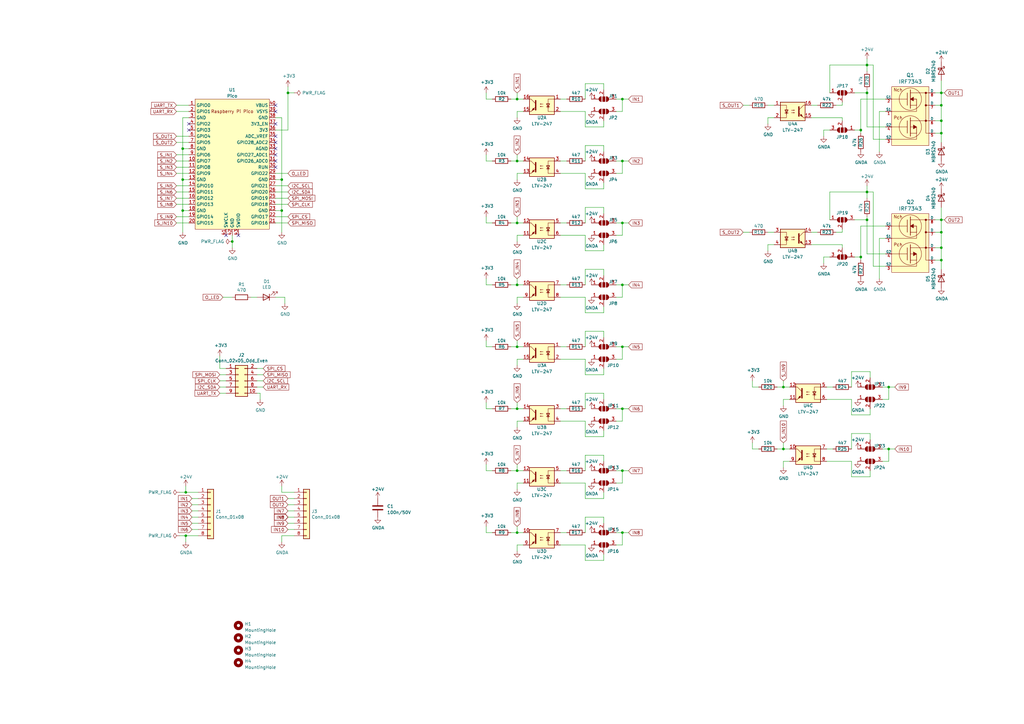
<source format=kicad_sch>
(kicad_sch (version 20230121) (generator eeschema)
  (paper "A3")
  (title_block (title "Türinterface (door_if)") (date "2021-07-17") (rev "R0") (company "Betreiberverein Makerspace+ für Erlangen e.V."))
  (junction (at 212.09 40.64))
  (junction (at 386.08 101.6))
  (junction (at 76.2 219.71))
  (junction (at 321.31 184.15))
  (junction (at 355.6 90.17))
  (junction (at 255.27 218.44))
  (junction (at 386.08 95.25))
  (junction (at 118.11 38.1))
  (junction (at 355.6 78.74))
  (junction (at 212.09 116.84))
  (junction (at 255.27 66.04))
  (junction (at 386.08 38.1))
  (junction (at 355.6 26.67))
  (junction (at 212.09 193.04))
  (junction (at 255.27 116.84))
  (junction (at 255.27 142.24))
  (junction (at 76.2 201.93))
  (junction (at 95.25 99.06))
  (junction (at 255.27 40.64))
  (junction (at 355.6 38.1))
  (junction (at 255.27 193.04))
  (junction (at 212.09 91.44))
  (junction (at 74.93 86.36))
  (junction (at 353.06 53.34))
  (junction (at 364.49 184.15))
  (junction (at 212.09 218.44))
  (junction (at 321.31 158.75))
  (junction (at 364.49 158.75))
  (junction (at 386.08 106.68))
  (junction (at 386.08 90.17))
  (junction (at 212.09 142.24))
  (junction (at 353.06 105.41))
  (junction (at 386.08 54.61))
  (junction (at 386.08 49.53))
  (junction (at 115.57 86.36))
  (junction (at 255.27 167.64))
  (junction (at 212.09 66.04))
  (junction (at 115.57 73.66))
  (junction (at 255.27 91.44))
  (junction (at 74.93 73.66))
  (junction (at 386.08 43.18))
  (junction (at 212.09 167.64))
  (junction (at 74.93 60.96))
  (no_connect (at 113.03 43.18))
  (no_connect (at 113.03 60.96))
  (no_connect (at 113.03 58.42))
  (no_connect (at 77.47 50.8))
  (no_connect (at 97.79 96.52))
  (no_connect (at 113.03 68.58))
  (no_connect (at 113.03 55.88))
  (no_connect (at 113.03 63.5))
  (no_connect (at 113.03 50.8))
  (no_connect (at 113.03 66.04))
  (no_connect (at 92.71 96.52))
  (no_connect (at 113.03 45.72))
  (no_connect (at 77.47 53.34))
  (wire (pts (xy 90.17 153.67) (xy 92.71 153.67)))
  (wire (pts (xy 240.03 71.12) (xy 240.03 77.47)))
  (wire (pts (xy 252.73 198.12) (xy 255.27 198.12)))
  (wire (pts (xy 360.68 45.72) (xy 360.68 62.23)))
  (wire (pts (xy 363.22 92.71) (xy 353.06 92.71)))
  (wire (pts (xy 113.03 76.2) (xy 118.11 76.2)))
  (wire (pts (xy 74.93 60.96) (xy 74.93 73.66)))
  (wire (pts (xy 240.03 85.09) (xy 247.65 85.09)))
  (wire (pts (xy 113.03 83.82) (xy 118.11 83.82)))
  (wire (pts (xy 252.73 218.44) (xy 255.27 218.44)))
  (wire (pts (xy 201.93 40.64) (xy 199.39 40.64)))
  (wire (pts (xy 120.65 209.55) (xy 118.11 209.55)))
  (wire (pts (xy 304.8 43.18) (xy 307.34 43.18)))
  (wire (pts (xy 81.28 204.47) (xy 78.74 204.47)))
  (wire (pts (xy 337.82 107.95) (xy 337.82 105.41)))
  (wire (pts (xy 92.71 151.13) (xy 90.17 151.13)))
  (wire (pts (xy 212.09 96.52) (xy 212.09 99.06)))
  (wire (pts (xy 72.39 68.58) (xy 77.47 68.58)))
  (wire (pts (xy 363.22 45.72) (xy 360.68 45.72)))
  (wire (pts (xy 214.63 71.12) (xy 212.09 71.12)))
  (wire (pts (xy 240.03 59.69) (xy 247.65 59.69)))
  (wire (pts (xy 255.27 167.64) (xy 257.81 167.64)))
  (wire (pts (xy 212.09 116.84) (xy 209.55 116.84)))
  (wire (pts (xy 95.25 99.06) (xy 95.25 101.6)))
  (wire (pts (xy 212.09 218.44) (xy 209.55 218.44)))
  (wire (pts (xy 212.09 71.12) (xy 212.09 73.66)))
  (wire (pts (xy 240.03 45.72) (xy 240.03 52.07)))
  (wire (pts (xy 212.09 121.92) (xy 212.09 124.46)))
  (wire (pts (xy 214.63 116.84) (xy 212.09 116.84)))
  (wire (pts (xy 355.6 26.67) (xy 355.6 29.21)))
  (wire (pts (xy 386.08 90.17) (xy 386.08 95.25)))
  (wire (pts (xy 212.09 223.52) (xy 212.09 226.06)))
  (wire (pts (xy 229.87 198.12) (xy 240.03 198.12)))
  (wire (pts (xy 81.28 207.01) (xy 78.74 207.01)))
  (wire (pts (xy 353.06 40.64) (xy 353.06 53.34)))
  (wire (pts (xy 355.6 26.67) (xy 355.6 24.13)))
  (wire (pts (xy 118.11 38.1) (xy 118.11 35.56)))
  (wire (pts (xy 363.22 57.15) (xy 358.14 57.15)))
  (wire (pts (xy 255.27 96.52) (xy 255.27 91.44)))
  (wire (pts (xy 355.6 104.14) (xy 355.6 90.17)))
  (wire (pts (xy 78.74 214.63) (xy 81.28 214.63)))
  (wire (pts (xy 386.08 38.1) (xy 387.35 38.1)))
  (wire (pts (xy 113.03 91.44) (xy 118.11 91.44)))
  (wire (pts (xy 214.63 218.44) (xy 212.09 218.44)))
  (wire (pts (xy 240.03 135.89) (xy 247.65 135.89)))
  (wire (pts (xy 229.87 147.32) (xy 240.03 147.32)))
  (wire (pts (xy 107.95 158.75) (xy 105.41 158.75)))
  (wire (pts (xy 240.03 147.32) (xy 240.03 153.67)))
  (wire (pts (xy 95.25 121.92) (xy 91.44 121.92)))
  (wire (pts (xy 120.65 207.01) (xy 118.11 207.01)))
  (wire (pts (xy 240.03 218.44) (xy 240.03 212.09)))
  (wire (pts (xy 361.95 184.15) (xy 364.49 184.15)))
  (wire (pts (xy 247.65 229.87) (xy 247.65 227.33)))
  (wire (pts (xy 255.27 45.72) (xy 255.27 40.64)))
  (wire (pts (xy 229.87 167.64) (xy 232.41 167.64)))
  (wire (pts (xy 321.31 158.75) (xy 318.77 158.75)))
  (wire (pts (xy 247.65 128.27) (xy 247.65 125.73)))
  (wire (pts (xy 356.87 195.58) (xy 356.87 193.04)))
  (wire (pts (xy 72.39 63.5) (xy 77.47 63.5)))
  (wire (pts (xy 353.06 105.41) (xy 353.06 106.68)))
  (wire (pts (xy 72.39 78.74) (xy 77.47 78.74)))
  (wire (pts (xy 240.03 91.44) (xy 240.03 85.09)))
  (wire (pts (xy 115.57 201.93) (xy 120.65 201.93)))
  (wire (pts (xy 118.11 217.17) (xy 120.65 217.17)))
  (wire (pts (xy 386.08 110.49) (xy 386.08 106.68)))
  (wire (pts (xy 212.09 114.3) (xy 212.09 116.84)))
  (wire (pts (xy 386.08 49.53) (xy 386.08 54.61)))
  (wire (pts (xy 199.39 193.04) (xy 199.39 190.5)))
  (wire (pts (xy 356.87 152.4) (xy 356.87 154.94)))
  (wire (pts (xy 255.27 147.32) (xy 255.27 142.24)))
  (wire (pts (xy 314.96 43.18) (xy 317.5 43.18)))
  (wire (pts (xy 74.93 86.36) (xy 74.93 95.25)))
  (wire (pts (xy 72.39 43.18) (xy 77.47 43.18)))
  (wire (pts (xy 247.65 153.67) (xy 247.65 151.13)))
  (wire (pts (xy 337.82 53.34) (xy 340.36 53.34)))
  (wire (pts (xy 113.03 81.28) (xy 118.11 81.28)))
  (wire (pts (xy 240.03 161.29) (xy 247.65 161.29)))
  (wire (pts (xy 308.61 184.15) (xy 308.61 181.61)))
  (wire (pts (xy 247.65 204.47) (xy 247.65 201.93)))
  (wire (pts (xy 247.65 179.07) (xy 247.65 176.53)))
  (wire (pts (xy 201.93 66.04) (xy 199.39 66.04)))
  (wire (pts (xy 72.39 71.12) (xy 77.47 71.12)))
  (wire (pts (xy 383.54 90.17) (xy 386.08 90.17)))
  (wire (pts (xy 90.17 158.75) (xy 92.71 158.75)))
  (wire (pts (xy 255.27 91.44) (xy 257.81 91.44)))
  (wire (pts (xy 386.08 95.25) (xy 386.08 101.6)))
  (wire (pts (xy 214.63 193.04) (xy 212.09 193.04)))
  (wire (pts (xy 247.65 110.49) (xy 247.65 113.03)))
  (wire (pts (xy 72.39 58.42) (xy 77.47 58.42)))
  (wire (pts (xy 240.03 52.07) (xy 247.65 52.07)))
  (wire (pts (xy 240.03 77.47) (xy 247.65 77.47)))
  (wire (pts (xy 332.74 48.26) (xy 345.44 48.26)))
  (wire (pts (xy 386.08 106.68) (xy 383.54 106.68)))
  (wire (pts (xy 90.17 151.13) (xy 90.17 146.05)))
  (wire (pts (xy 72.39 55.88) (xy 77.47 55.88)))
  (wire (pts (xy 113.03 73.66) (xy 115.57 73.66)))
  (wire (pts (xy 72.39 81.28) (xy 77.47 81.28)))
  (wire (pts (xy 252.73 96.52) (xy 255.27 96.52)))
  (wire (pts (xy 240.03 116.84) (xy 240.03 110.49)))
  (wire (pts (xy 229.87 96.52) (xy 240.03 96.52)))
  (wire (pts (xy 102.87 121.92) (xy 105.41 121.92)))
  (wire (pts (xy 199.39 66.04) (xy 199.39 63.5)))
  (wire (pts (xy 353.06 92.71) (xy 353.06 105.41)))
  (wire (pts (xy 339.09 184.15) (xy 341.63 184.15)))
  (wire (pts (xy 255.27 116.84) (xy 257.81 116.84)))
  (wire (pts (xy 212.09 190.5) (xy 212.09 193.04)))
  (wire (pts (xy 77.47 48.26) (xy 74.93 48.26)))
  (wire (pts (xy 340.36 26.67) (xy 355.6 26.67)))
  (wire (pts (xy 76.2 219.71) (xy 81.28 219.71)))
  (wire (pts (xy 255.27 223.52) (xy 255.27 218.44)))
  (wire (pts (xy 342.9 43.18) (xy 345.44 43.18)))
  (wire (pts (xy 247.65 135.89) (xy 247.65 138.43)))
  (wire (pts (xy 201.93 142.24) (xy 199.39 142.24)))
  (wire (pts (xy 360.68 97.79) (xy 360.68 114.3)))
  (wire (pts (xy 337.82 105.41) (xy 340.36 105.41)))
  (wire (pts (xy 201.93 116.84) (xy 199.39 116.84)))
  (wire (pts (xy 247.65 102.87) (xy 247.65 100.33)))
  (wire (pts (xy 201.93 91.44) (xy 199.39 91.44)))
  (wire (pts (xy 345.44 43.18) (xy 345.44 41.91)))
  (wire (pts (xy 115.57 48.26) (xy 115.57 73.66)))
  (wire (pts (xy 252.73 147.32) (xy 255.27 147.32)))
  (wire (pts (xy 383.54 101.6) (xy 386.08 101.6)))
  (wire (pts (xy 212.09 88.9) (xy 212.09 91.44)))
  (wire (pts (xy 212.09 172.72) (xy 212.09 175.26)))
  (wire (pts (xy 308.61 158.75) (xy 308.61 156.21)))
  (wire (pts (xy 364.49 158.75) (xy 367.03 158.75)))
  (wire (pts (xy 358.14 57.15) (xy 358.14 26.67)))
  (wire (pts (xy 345.44 95.25) (xy 345.44 93.98)))
  (wire (pts (xy 107.95 151.13) (xy 105.41 151.13)))
  (wire (pts (xy 240.03 34.29) (xy 247.65 34.29)))
  (wire (pts (xy 247.65 161.29) (xy 247.65 163.83)))
  (wire (pts (xy 314.96 95.25) (xy 317.5 95.25)))
  (wire (pts (xy 240.03 102.87) (xy 247.65 102.87)))
  (wire (pts (xy 229.87 91.44) (xy 232.41 91.44)))
  (wire (pts (xy 345.44 100.33) (xy 345.44 101.6)))
  (wire (pts (xy 342.9 95.25) (xy 345.44 95.25)))
  (wire (pts (xy 240.03 128.27) (xy 247.65 128.27)))
  (wire (pts (xy 361.95 158.75) (xy 364.49 158.75)))
  (wire (pts (xy 212.09 142.24) (xy 209.55 142.24)))
  (wire (pts (xy 113.03 121.92) (xy 116.84 121.92)))
  (wire (pts (xy 72.39 91.44) (xy 77.47 91.44)))
  (wire (pts (xy 212.09 40.64) (xy 209.55 40.64)))
  (wire (pts (xy 229.87 45.72) (xy 240.03 45.72)))
  (wire (pts (xy 212.09 66.04) (xy 209.55 66.04)))
  (wire (pts (xy 76.2 201.93) (xy 81.28 201.93)))
  (wire (pts (xy 72.39 83.82) (xy 77.47 83.82)))
  (wire (pts (xy 212.09 167.64) (xy 209.55 167.64)))
  (wire (pts (xy 113.03 88.9) (xy 118.11 88.9)))
  (wire (pts (xy 240.03 172.72) (xy 240.03 179.07)))
  (wire (pts (xy 212.09 147.32) (xy 212.09 149.86)))
  (wire (pts (xy 358.14 78.74) (xy 355.6 78.74)))
  (wire (pts (xy 252.73 167.64) (xy 255.27 167.64)))
  (wire (pts (xy 252.73 116.84) (xy 255.27 116.84)))
  (wire (pts (xy 252.73 71.12) (xy 255.27 71.12)))
  (wire (pts (xy 106.68 161.29) (xy 106.68 163.83)))
  (wire (pts (xy 321.31 163.83) (xy 321.31 166.37)))
  (wire (pts (xy 212.09 91.44) (xy 209.55 91.44)))
  (wire (pts (xy 240.03 179.07) (xy 247.65 179.07)))
  (wire (pts (xy 321.31 184.15) (xy 318.77 184.15)))
  (wire (pts (xy 252.73 45.72) (xy 255.27 45.72)))
  (wire (pts (xy 349.25 158.75) (xy 349.25 152.4)))
  (wire (pts (xy 201.93 218.44) (xy 199.39 218.44)))
  (wire (pts (xy 113.03 78.74) (xy 118.11 78.74)))
  (wire (pts (xy 229.87 172.72) (xy 240.03 172.72)))
  (wire (pts (xy 76.2 222.25) (xy 76.2 219.71)))
  (wire (pts (xy 386.08 90.17) (xy 387.35 90.17)))
  (wire (pts (xy 358.14 109.22) (xy 358.14 78.74)))
  (wire (pts (xy 72.39 88.9) (xy 77.47 88.9)))
  (wire (pts (xy 214.63 121.92) (xy 212.09 121.92)))
  (wire (pts (xy 386.08 54.61) (xy 383.54 54.61)))
  (wire (pts (xy 116.84 121.92) (xy 116.84 124.46)))
  (wire (pts (xy 72.39 45.72) (xy 77.47 45.72)))
  (wire (pts (xy 214.63 147.32) (xy 212.09 147.32)))
  (wire (pts (xy 345.44 48.26) (xy 345.44 49.53)))
  (wire (pts (xy 332.74 95.25) (xy 335.28 95.25)))
  (wire (pts (xy 214.63 45.72) (xy 212.09 45.72)))
  (wire (pts (xy 240.03 229.87) (xy 247.65 229.87)))
  (wire (pts (xy 355.6 78.74) (xy 355.6 76.2)))
  (wire (pts (xy 349.25 163.83) (xy 349.25 170.18)))
  (wire (pts (xy 247.65 77.47) (xy 247.65 74.93)))
  (wire (pts (xy 314.96 100.33) (xy 314.96 102.87)))
  (wire (pts (xy 321.31 181.61) (xy 321.31 184.15)))
  (wire (pts (xy 212.09 198.12) (xy 212.09 200.66)))
  (wire (pts (xy 355.6 90.17) (xy 350.52 90.17)))
  (wire (pts (xy 363.22 52.07) (xy 355.6 52.07)))
  (wire (pts (xy 323.85 189.23) (xy 321.31 189.23)))
  (wire (pts (xy 252.73 66.04) (xy 255.27 66.04)))
  (wire (pts (xy 118.11 214.63) (xy 120.65 214.63)))
  (wire (pts (xy 214.63 66.04) (xy 212.09 66.04)))
  (wire (pts (xy 252.73 40.64) (xy 255.27 40.64)))
  (wire (pts (xy 252.73 172.72) (xy 255.27 172.72)))
  (wire (pts (xy 95.25 96.52) (xy 95.25 99.06)))
  (wire (pts (xy 118.11 38.1) (xy 120.65 38.1)))
  (wire (pts (xy 105.41 161.29) (xy 106.68 161.29)))
  (wire (pts (xy 252.73 91.44) (xy 255.27 91.44)))
  (wire (pts (xy 214.63 198.12) (xy 212.09 198.12)))
  (wire (pts (xy 349.25 177.8) (xy 356.87 177.8)))
  (wire (pts (xy 201.93 193.04) (xy 199.39 193.04)))
  (wire (pts (xy 240.03 96.52) (xy 240.03 102.87)))
  (wire (pts (xy 355.6 38.1) (xy 355.6 36.83)))
  (wire (pts (xy 81.28 212.09) (xy 78.74 212.09)))
  (wire (pts (xy 113.03 71.12) (xy 118.11 71.12)))
  (wire (pts (xy 340.36 38.1) (xy 340.36 26.67)))
  (wire (pts (xy 73.66 201.93) (xy 76.2 201.93)))
  (wire (pts (xy 199.39 167.64) (xy 199.39 165.1)))
  (wire (pts (xy 74.93 73.66) (xy 77.47 73.66)))
  (wire (pts (xy 323.85 163.83) (xy 321.31 163.83)))
  (wire (pts (xy 199.39 218.44) (xy 199.39 215.9)))
  (wire (pts (xy 240.03 121.92) (xy 240.03 128.27)))
  (wire (pts (xy 72.39 76.2) (xy 77.47 76.2)))
  (wire (pts (xy 214.63 167.64) (xy 212.09 167.64)))
  (wire (pts (xy 364.49 163.83) (xy 364.49 158.75)))
  (wire (pts (xy 247.65 59.69) (xy 247.65 62.23)))
  (wire (pts (xy 199.39 40.64) (xy 199.39 38.1)))
  (wire (pts (xy 386.08 43.18) (xy 386.08 49.53)))
  (wire (pts (xy 240.03 167.64) (xy 240.03 161.29)))
  (wire (pts (xy 332.74 43.18) (xy 335.28 43.18)))
  (wire (pts (xy 240.03 110.49) (xy 247.65 110.49)))
  (wire (pts (xy 349.25 195.58) (xy 356.87 195.58)))
  (wire (pts (xy 255.27 142.24) (xy 257.81 142.24)))
  (wire (pts (xy 212.09 193.04) (xy 209.55 193.04)))
  (wire (pts (xy 364.49 184.15) (xy 367.03 184.15)))
  (wire (pts (xy 72.39 66.04) (xy 77.47 66.04)))
  (wire (pts (xy 214.63 40.64) (xy 212.09 40.64)))
  (wire (pts (xy 107.95 153.67) (xy 105.41 153.67)))
  (wire (pts (xy 212.09 38.1) (xy 212.09 40.64)))
  (wire (pts (xy 255.27 198.12) (xy 255.27 193.04)))
  (wire (pts (xy 364.49 189.23) (xy 364.49 184.15)))
  (wire (pts (xy 353.06 105.41) (xy 350.52 105.41)))
  (wire (pts (xy 240.03 223.52) (xy 240.03 229.87)))
  (wire (pts (xy 317.5 48.26) (xy 314.96 48.26)))
  (wire (pts (xy 349.25 152.4) (xy 356.87 152.4)))
  (wire (pts (xy 240.03 193.04) (xy 240.03 186.69)))
  (wire (pts (xy 212.09 139.7) (xy 212.09 142.24)))
  (wire (pts (xy 212.09 45.72) (xy 212.09 48.26)))
  (wire (pts (xy 240.03 212.09) (xy 247.65 212.09)))
  (wire (pts (xy 383.54 95.25) (xy 386.08 95.25)))
  (wire (pts (xy 73.66 219.71) (xy 76.2 219.71)))
  (wire (pts (xy 349.25 184.15) (xy 349.25 177.8)))
  (wire (pts (xy 339.09 189.23) (xy 349.25 189.23)))
  (wire (pts (xy 252.73 223.52) (xy 255.27 223.52)))
  (wire (pts (xy 311.15 184.15) (xy 308.61 184.15)))
  (wire (pts (xy 113.03 48.26) (xy 115.57 48.26)))
  (wire (pts (xy 356.87 170.18) (xy 356.87 167.64)))
  (wire (pts (xy 383.54 38.1) (xy 386.08 38.1)))
  (wire (pts (xy 240.03 198.12) (xy 240.03 204.47)))
  (wire (pts (xy 349.25 170.18) (xy 356.87 170.18)))
  (wire (pts (xy 252.73 121.92) (xy 255.27 121.92)))
  (wire (pts (xy 386.08 101.6) (xy 386.08 106.68)))
  (wire (pts (xy 353.06 53.34) (xy 350.52 53.34)))
  (wire (pts (xy 113.03 53.34) (xy 118.11 53.34)))
  (wire (pts (xy 386.08 33.02) (xy 386.08 38.1)))
  (wire (pts (xy 252.73 142.24) (xy 255.27 142.24)))
  (wire (pts (xy 247.65 212.09) (xy 247.65 214.63)))
  (wire (pts (xy 74.93 60.96) (xy 77.47 60.96)))
  (wire (pts (xy 255.27 172.72) (xy 255.27 167.64)))
  (wire (pts (xy 90.17 156.21) (xy 92.71 156.21)))
  (wire (pts (xy 353.06 53.34) (xy 353.06 54.61)))
  (wire (pts (xy 214.63 91.44) (xy 212.09 91.44)))
  (wire (pts (xy 247.65 34.29) (xy 247.65 36.83)))
  (wire (pts (xy 212.09 63.5) (xy 212.09 66.04)))
  (wire (pts (xy 229.87 218.44) (xy 232.41 218.44)))
  (wire (pts (xy 113.03 86.36) (xy 115.57 86.36)))
  (wire (pts (xy 323.85 184.15) (xy 321.31 184.15)))
  (wire (pts (xy 255.27 71.12) (xy 255.27 66.04)))
  (wire (pts (xy 358.14 26.67) (xy 355.6 26.67)))
  (wire (pts (xy 355.6 38.1) (xy 350.52 38.1)))
  (wire (pts (xy 383.54 43.18) (xy 386.08 43.18)))
  (wire (pts (xy 115.57 199.39) (xy 115.57 201.93)))
  (wire (pts (xy 321.31 156.21) (xy 321.31 158.75)))
  (wire (pts (xy 386.08 85.09) (xy 386.08 90.17)))
  (wire (pts (xy 201.93 167.64) (xy 199.39 167.64)))
  (wire (pts (xy 240.03 186.69) (xy 247.65 186.69)))
  (wire (pts (xy 255.27 218.44) (xy 257.81 218.44)))
  (wire (pts (xy 252.73 193.04) (xy 255.27 193.04)))
  (wire (pts (xy 383.54 49.53) (xy 386.08 49.53)))
  (wire (pts (xy 361.95 189.23) (xy 364.49 189.23)))
  (wire (pts (xy 115.57 222.25) (xy 115.57 219.71)))
  (wire (pts (xy 115.57 86.36) (xy 115.57 95.25)))
  (wire (pts (xy 240.03 142.24) (xy 240.03 135.89)))
  (wire (pts (xy 355.6 52.07) (xy 355.6 38.1)))
  (wire (pts (xy 240.03 66.04) (xy 240.03 59.69)))
  (wire (pts (xy 247.65 85.09) (xy 247.65 87.63)))
  (wire (pts (xy 349.25 189.23) (xy 349.25 195.58)))
  (wire (pts (xy 78.74 217.17) (xy 81.28 217.17)))
  (wire (pts (xy 363.22 109.22) (xy 358.14 109.22)))
  (wire (pts (xy 214.63 223.52) (xy 212.09 223.52)))
  (wire (pts (xy 229.87 71.12) (xy 240.03 71.12)))
  (wire (pts (xy 321.31 189.23) (xy 321.31 191.77)))
  (wire (pts (xy 255.27 121.92) (xy 255.27 116.84)))
  (wire (pts (xy 386.08 54.61) (xy 386.08 58.42)))
  (wire (pts (xy 115.57 73.66) (xy 115.57 86.36)))
  (wire (pts (xy 240.03 204.47) (xy 247.65 204.47)))
  (wire (pts (xy 304.8 95.25) (xy 307.34 95.25)))
  (wire (pts (xy 76.2 199.39) (xy 76.2 201.93)))
  (wire (pts (xy 120.65 212.09) (xy 118.11 212.09)))
  (wire (pts (xy 214.63 142.24) (xy 212.09 142.24)))
  (wire (pts (xy 240.03 153.67) (xy 247.65 153.67)))
  (wire (pts (xy 74.93 86.36) (xy 77.47 86.36)))
  (wire (pts (xy 118.11 53.34) (xy 118.11 38.1)))
  (wire (pts (xy 386.08 38.1) (xy 386.08 43.18)))
  (wire (pts (xy 255.27 66.04) (xy 257.81 66.04)))
  (wire (pts (xy 363.22 97.79) (xy 360.68 97.79)))
  (wire (pts (xy 212.09 165.1) (xy 212.09 167.64)))
  (wire (pts (xy 337.82 55.88) (xy 337.82 53.34)))
  (wire (pts (xy 199.39 142.24) (xy 199.39 139.7)))
  (wire (pts (xy 247.65 186.69) (xy 247.65 189.23)))
  (wire (pts (xy 214.63 172.72) (xy 212.09 172.72)))
  (wire (pts (xy 120.65 204.47) (xy 118.11 204.47)))
  (wire (pts (xy 340.36 90.17) (xy 340.36 78.74)))
  (wire (pts (xy 90.17 161.29) (xy 92.71 161.29)))
  (wire (pts (xy 314.96 48.26) (xy 314.96 50.8)))
  (wire (pts (xy 74.93 73.66) (xy 74.93 86.36)))
  (wire (pts (xy 229.87 223.52) (xy 240.03 223.52)))
  (wire (pts (xy 199.39 91.44) (xy 199.39 88.9)))
  (wire (pts (xy 255.27 40.64) (xy 257.81 40.64)))
  (wire (pts (xy 247.65 52.07) (xy 247.65 49.53)))
  (wire (pts (xy 323.85 158.75) (xy 321.31 158.75)))
  (wire (pts (xy 311.15 158.75) (xy 308.61 158.75)))
  (wire (pts (xy 229.87 142.24) (xy 232.41 142.24)))
  (wire (pts (xy 317.5 100.33) (xy 314.96 100.33)))
  (wire (pts (xy 339.09 163.83) (xy 349.25 163.83)))
  (wire (pts (xy 81.28 209.55) (xy 78.74 209.55)))
  (wire (pts (xy 229.87 40.64) (xy 232.41 40.64)))
  (wire (pts (xy 363.22 104.14) (xy 355.6 104.14)))
  (wire (pts (xy 240.03 40.64) (xy 240.03 34.29)))
  (wire (pts (xy 229.87 116.84) (xy 232.41 116.84)))
  (wire (pts (xy 355.6 90.17) (xy 355.6 88.9)))
  (wire (pts (xy 115.57 219.71) (xy 120.65 219.71)))
  (wire (pts (xy 255.27 193.04) (xy 257.81 193.04)))
  (wire (pts (xy 363.22 40.64) (xy 353.06 40.64)))
  (wire (pts (xy 339.09 158.75) (xy 341.63 158.75)))
  (wire (pts (xy 107.95 156.21) (xy 105.41 156.21)))
  (wire (pts (xy 361.95 163.83) (xy 364.49 163.83)))
  (wire (pts (xy 229.87 121.92) (xy 240.03 121.92)))
  (wire (pts (xy 212.09 215.9) (xy 212.09 218.44)))
  (wire (pts (xy 356.87 177.8) (xy 356.87 180.34)))
  (wire (pts (xy 340.36 78.74) (xy 355.6 78.74)))
  (wire (pts (xy 355.6 78.74) (xy 355.6 81.28)))
  (wire (pts (xy 229.87 193.04) (xy 232.41 193.04)))
  (wire (pts (xy 229.87 66.04) (xy 232.41 66.04)))
  (wire (pts (xy 199.39 116.84) (xy 199.39 114.3)))
  (wire (pts (xy 214.63 96.52) (xy 212.09 96.52)))
  (wire (pts (xy 74.93 48.26) (xy 74.93 60.96)))
  (wire (pts (xy 332.74 100.33) (xy 345.44 100.33)))
  (global_label "IN6" (shape input) (at 257.81 167.64 0) (property "Intersheetrefs" "${INTERSHEET_REFS}" (effects hide)))
  (global_label "IN1" (shape input) (at 257.81 40.64 0) (property "Intersheetrefs" "${INTERSHEET_REFS}" (effects hide)))
  (global_label "UART_TX" (shape input) (at 72.39 43.18 180) (property "Intersheetrefs" "${INTERSHEET_REFS}" (effects hide)))
  (global_label "S_OUT1" (shape input) (at 72.39 55.88 180) (property "Intersheetrefs" "${INTERSHEET_REFS}" (effects hide)))
  (global_label "S_IN6" (shape input) (at 212.09 165.1 90) (property "Intersheetrefs" "${INTERSHEET_REFS}" (effects hide)))
  (global_label "SPI_CS" (shape input) (at 118.11 88.9 0) (property "Intersheetrefs" "${INTERSHEET_REFS}" (effects hide)))
  (global_label "IN10" (shape input) (at 118.11 217.17 180) (property "Intersheetrefs" "${INTERSHEET_REFS}" (effects hide)))
  (global_label "O_LED" (shape input) (at 91.44 121.92 180) (property "Intersheetrefs" "${INTERSHEET_REFS}" (effects hide)))
  (global_label "SPI_CLK" (shape input) (at 90.17 156.21 180) (property "Intersheetrefs" "${INTERSHEET_REFS}" (effects hide)))
  (global_label "OUT2" (shape input) (at 387.35 90.17 0) (property "Intersheetrefs" "${INTERSHEET_REFS}" (effects hide)))
  (global_label "IN5" (shape input) (at 257.81 142.24 0) (property "Intersheetrefs" "${INTERSHEET_REFS}" (effects hide)))
  (global_label "I2C_SDA" (shape input) (at 118.11 78.74 0) (property "Intersheetrefs" "${INTERSHEET_REFS}" (effects hide)))
  (global_label "S_IN4" (shape input) (at 72.39 71.12 180) (property "Intersheetrefs" "${INTERSHEET_REFS}" (effects hide)))
  (global_label "I2C_SCL" (shape input) (at 118.11 76.2 0) (property "Intersheetrefs" "${INTERSHEET_REFS}" (effects hide)))
  (global_label "S_IN1" (shape input) (at 72.39 63.5 180) (property "Intersheetrefs" "${INTERSHEET_REFS}" (effects hide)))
  (global_label "IN4" (shape input) (at 78.74 212.09 180) (property "Intersheetrefs" "${INTERSHEET_REFS}" (effects hide)))
  (global_label "S_OUT2" (shape input) (at 72.39 58.42 180) (property "Intersheetrefs" "${INTERSHEET_REFS}" (effects hide)))
  (global_label "UART_TX" (shape input) (at 90.17 161.29 180) (property "Intersheetrefs" "${INTERSHEET_REFS}" (effects hide)))
  (global_label "IN1" (shape input) (at 78.74 204.47 180) (property "Intersheetrefs" "${INTERSHEET_REFS}" (effects hide)))
  (global_label "S_IN10" (shape input) (at 321.31 181.61 90) (property "Intersheetrefs" "${INTERSHEET_REFS}" (effects hide)))
  (global_label "S_IN6" (shape input) (at 72.39 78.74 180) (property "Intersheetrefs" "${INTERSHEET_REFS}" (effects hide)))
  (global_label "OUT1" (shape input) (at 118.11 204.47 180) (property "Intersheetrefs" "${INTERSHEET_REFS}" (effects hide)))
  (global_label "S_IN9" (shape input) (at 321.31 156.21 90) (property "Intersheetrefs" "${INTERSHEET_REFS}" (effects hide)))
  (global_label "IN7" (shape input) (at 257.81 193.04 0) (property "Intersheetrefs" "${INTERSHEET_REFS}" (effects hide)))
  (global_label "IN10" (shape input) (at 367.03 184.15 0) (property "Intersheetrefs" "${INTERSHEET_REFS}" (effects hide)))
  (global_label "S_IN2" (shape input) (at 72.39 66.04 180) (property "Intersheetrefs" "${INTERSHEET_REFS}" (effects hide)))
  (global_label "OUT2" (shape input) (at 118.11 207.01 180) (property "Intersheetrefs" "${INTERSHEET_REFS}" (effects hide)))
  (global_label "IN8" (shape input) (at 118.11 212.09 180) (property "Intersheetrefs" "${INTERSHEET_REFS}" (effects hide)))
  (global_label "IN3" (shape input) (at 257.81 91.44 0) (property "Intersheetrefs" "${INTERSHEET_REFS}" (effects hide)))
  (global_label "SPI_CS" (shape input) (at 107.95 151.13 0) (property "Intersheetrefs" "${INTERSHEET_REFS}" (effects hide)))
  (global_label "S_IN10" (shape input) (at 72.39 91.44 180) (property "Intersheetrefs" "${INTERSHEET_REFS}" (effects hide)))
  (global_label "S_IN9" (shape input) (at 72.39 88.9 180) (property "Intersheetrefs" "${INTERSHEET_REFS}" (effects hide)))
  (global_label "OUT1" (shape input) (at 387.35 38.1 0) (property "Intersheetrefs" "${INTERSHEET_REFS}" (effects hide)))
  (global_label "IN9" (shape input) (at 367.03 158.75 0) (property "Intersheetrefs" "${INTERSHEET_REFS}" (effects hide)))
  (global_label "I2C_SCL" (shape input) (at 107.95 156.21 0) (property "Intersheetrefs" "${INTERSHEET_REFS}" (effects hide)))
  (global_label "S_IN5" (shape input) (at 72.39 76.2 180) (property "Intersheetrefs" "${INTERSHEET_REFS}" (effects hide)))
  (global_label "IN6" (shape input) (at 78.74 217.17 180) (property "Intersheetrefs" "${INTERSHEET_REFS}" (effects hide)))
  (global_label "S_IN7" (shape input) (at 212.09 190.5 90) (property "Intersheetrefs" "${INTERSHEET_REFS}" (effects hide)))
  (global_label "S_IN7" (shape input) (at 72.39 81.28 180) (property "Intersheetrefs" "${INTERSHEET_REFS}" (effects hide)))
  (global_label "IN2" (shape input) (at 78.74 207.01 180) (property "Intersheetrefs" "${INTERSHEET_REFS}" (effects hide)))
  (global_label "I2C_SDA" (shape input) (at 90.17 158.75 180) (property "Intersheetrefs" "${INTERSHEET_REFS}" (effects hide)))
  (global_label "S_IN2" (shape input) (at 212.09 63.5 90) (property "Intersheetrefs" "${INTERSHEET_REFS}" (effects hide)))
  (global_label "SPI_MOSI" (shape input) (at 90.17 153.67 180) (property "Intersheetrefs" "${INTERSHEET_REFS}" (effects hide)))
  (global_label "UART_RX" (shape input) (at 72.39 45.72 180) (property "Intersheetrefs" "${INTERSHEET_REFS}" (effects hide)))
  (global_label "SPI_CLK" (shape input) (at 118.11 83.82 0) (property "Intersheetrefs" "${INTERSHEET_REFS}" (effects hide)))
  (global_label "SPI_MOSI" (shape input) (at 118.11 81.28 0) (property "Intersheetrefs" "${INTERSHEET_REFS}" (effects hide)))
  (global_label "IN5" (shape input) (at 78.74 214.63 180) (property "Intersheetrefs" "${INTERSHEET_REFS}" (effects hide)))
  (global_label "SPI_MISO" (shape input) (at 107.95 153.67 0) (property "Intersheetrefs" "${INTERSHEET_REFS}" (effects hide)))
  (global_label "S_IN3" (shape input) (at 212.09 88.9 90) (property "Intersheetrefs" "${INTERSHEET_REFS}" (effects hide)))
  (global_label "IN4" (shape input) (at 257.81 116.84 0) (property "Intersheetrefs" "${INTERSHEET_REFS}" (effects hide)))
  (global_label "IN7" (shape input) (at 118.11 209.55 180) (property "Intersheetrefs" "${INTERSHEET_REFS}" (effects hide)))
  (global_label "S_OUT2" (shape input) (at 304.8 95.25 180) (property "Intersheetrefs" "${INTERSHEET_REFS}" (effects hide)))
  (global_label "S_IN8" (shape input) (at 212.09 215.9 90) (property "Intersheetrefs" "${INTERSHEET_REFS}" (effects hide)))
  (global_label "S_IN8" (shape input) (at 72.39 83.82 180) (property "Intersheetrefs" "${INTERSHEET_REFS}" (effects hide)))
  (global_label "IN9" (shape input) (at 118.11 214.63 180) (property "Intersheetrefs" "${INTERSHEET_REFS}" (effects hide)))
  (global_label "S_IN3" (shape input) (at 72.39 68.58 180) (property "Intersheetrefs" "${INTERSHEET_REFS}" (effects hide)))
  (global_label "S_IN4" (shape input) (at 212.09 114.3 90) (property "Intersheetrefs" "${INTERSHEET_REFS}" (effects hide)))
  (global_label "S_IN5" (shape input) (at 212.09 139.7 90) (property "Intersheetrefs" "${INTERSHEET_REFS}" (effects hide)))
  (global_label "S_OUT1" (shape input) (at 304.8 43.18 180) (property "Intersheetrefs" "${INTERSHEET_REFS}" (effects hide)))
  (global_label "UART_RX" (shape input) (at 107.95 158.75 0) (property "Intersheetrefs" "${INTERSHEET_REFS}" (effects hide)))
  (global_label "IN3" (shape input) (at 78.74 209.55 180) (property "Intersheetrefs" "${INTERSHEET_REFS}" (effects hide)))
  (global_label "IN8" (shape input) (at 118.11 212.09 180) (property "Intersheetrefs" "${INTERSHEET_REFS}" (effects hide)))
  (global_label "IN8" (shape input) (at 257.81 218.44 0) (property "Intersheetrefs" "${INTERSHEET_REFS}" (effects hide)))
  (global_label "SPI_MISO" (shape input) (at 118.11 91.44 0) (property "Intersheetrefs" "${INTERSHEET_REFS}" (effects hide)))
  (global_label "O_LED" (shape input) (at 118.11 71.12 0) (property "Intersheetrefs" "${INTERSHEET_REFS}" (effects hide)))
  (global_label "IN2" (shape input) (at 257.81 66.04 0) (property "Intersheetrefs" "${INTERSHEET_REFS}" (effects hide)))
  (global_label "S_IN1" (shape input) (at 212.09 38.1 90) (property "Intersheetrefs" "${INTERSHEET_REFS}" (effects hide)))
  (symbol (lib_id "Connector_Generic:Conn_01x08") (at 125.73 209.55 0) (unit 1)
    (property "Reference" "J3" (at 127.762 209.7532 0) (effects (justify left)))
    (property "Value" "Conn_01x08" (at 127.762 212.0646 0) (effects (justify left)))
    (property "Footprint" "cc_con-lst:LSA-IDC381-8" (effects hide))
  )
  (symbol (lib_id "power:GNDA") (at 115.57 222.25 0) (unit 1)
    (property "Reference" "#PWR09" (effects hide))
    (property "Value" "GNDA" (at 115.697 226.6442 0))
  )
  (symbol (lib_id "Device:R") (at 355.6 33.02 180) (unit 1)
    (property "Reference" "R28" (at 355.6 33.02 90))
    (property "Value" "47k" (at 353.06 33.02 90))
    (property "Footprint" "Resistor_SMD:R_0603_1608Metric_Pad0.98x0.95mm_HandSolder" (effects hide))
  )
  (symbol (lib_id "Device:LED") (at 109.22 121.92 180) (unit 1)
    (property "Reference" "D1" (at 109.3978 115.443 0))
    (property "Value" "LED" (at 109.3978 117.7544 0))
    (property "Footprint" "LED_SMD:LED_0603_1608Metric_Pad1.05x0.95mm_HandSolder" (effects hide))
  )
  (symbol (lib_id "Device:R") (at 99.06 121.92 270) (unit 1)
    (property "Reference" "R1" (at 99.06 116.6622 90))
    (property "Value" "470" (at 99.06 118.9736 90))
    (property "Footprint" "Resistor_SMD:R_0603_1608Metric_Pad0.98x0.95mm_HandSolder" (effects hide))
  )
  (symbol (lib_id "power:GND") (at 116.84 124.46 0) (unit 1)
    (property "Reference" "#PWR010" (effects hide))
    (property "Value" "GND" (at 116.967 128.8542 0))
  )
  (symbol (lib_id "power:GND") (at 95.25 101.6 0) (unit 1)
    (property "Reference" "#PWR05" (effects hide))
    (property "Value" "GND" (at 95.377 105.9942 0))
  )
  (symbol (lib_id "door_if3_usb-rescue:+3.3V-power") (at 118.11 35.56 0) (unit 1)
    (property "Reference" "#PWR011" (effects hide))
    (property "Value" "+3.3V" (at 118.491 31.1658 0))
  )
  (symbol (lib_id "power:PWR_FLAG") (at 120.65 38.1 270) (unit 1)
    (property "Reference" "#FLG04" (effects hide))
    (property "Value" "PWR_FLAG" (at 123.9012 38.1 90) (effects (justify left)))
  )
  (symbol (lib_id "cc_transistor:IRF7389") (at 365.76 35.56 0) (unit 1)
    (property "Reference" "Q1" (at 373.38 30.8102 0) (effects (font (size 1.524 1.524))))
    (property "Value" "IRF7343" (at 373.38 33.5026 0) (effects (font (size 1.524 1.524))))
    (property "Footprint" "Package_SO:SO-8_3.9x4.9mm_P1.27mm" (effects hide))
  )
  (symbol (lib_id "Device:D_Schottky") (at 386.08 29.21 270) (unit 1)
    (property "Reference" "D2" (at 380.5936 29.21 0))
    (property "Value" "MBRS240" (at 382.905 29.21 0))
    (property "Footprint" "Diode_SMD:D_SMB_Handsoldering" (effects hide))
  )
  (symbol (lib_id "Isolator:LTV-247") (at 325.12 45.72 0) (unit 1)
    (property "Reference" "U4" (at 325.12 50.8 0))
    (property "Value" "LTV-247" (at 325.12 53.34 0))
    (property "Footprint" "Package_SO:SOP-16_4.4x10.4mm_P1.27mm" (effects hide))
    (property "Datasheet" "http://optoelectronics.liteon.com/upload/download/DS70-2009-0014/LTV-2X7%20sereis%20Mar17.PDF" (effects hide))
  )
  (symbol (lib_id "Device:R") (at 339.09 43.18 90) (unit 1)
    (property "Reference" "R22" (at 339.09 43.18 90))
    (property "Value" "47k" (at 339.09 40.64 90))
    (property "Footprint" "Resistor_SMD:R_0603_1608Metric_Pad0.98x0.95mm_HandSolder" (effects hide))
  )
  (symbol (lib_id "Device:R") (at 353.06 58.42 180) (unit 1)
    (property "Reference" "R26" (at 353.06 58.42 90))
    (property "Value" "47k" (at 350.52 58.42 90))
    (property "Footprint" "Resistor_SMD:R_0603_1608Metric_Pad0.98x0.95mm_HandSolder" (effects hide))
  )
  (symbol (lib_id "door_if3_usb-rescue:SolderJumper_3_Open-Jumper") (at 345.44 38.1 0) (unit 1)
    (property "Reference" "JP17" (at 345.44 35.2298 0))
    (property "Value" "SolderJumper_3_Open" (effects hide))
    (property "Footprint" "Jumper:SolderJumper-3_P1.3mm_Open_Pad1.0x1.5mm" (effects hide))
  )
  (symbol (lib_id "door_if3_usb-rescue:SolderJumper_3_Open-Jumper") (at 345.44 53.34 180) (unit 1)
    (property "Reference" "JP18" (at 345.44 56.2102 0))
    (property "Value" "SolderJumper_3_Open" (effects hide))
    (property "Footprint" "Jumper:SolderJumper-3_P1.3mm_Open_Pad1.0x1.5mm" (effects hide))
  )
  (symbol (lib_id "Device:R") (at 339.09 95.25 90) (unit 1)
    (property "Reference" "R23" (at 339.09 95.25 90))
    (property "Value" "47k" (at 339.09 92.71 90))
    (property "Footprint" "Resistor_SMD:R_0603_1608Metric_Pad0.98x0.95mm_HandSolder" (effects hide))
  )
  (symbol (lib_id "power:GNDA") (at 337.82 55.88 0) (unit 1)
    (property "Reference" "#PWR050" (effects hide))
    (property "Value" "GNDA" (at 337.947 60.2742 0))
  )
  (symbol (lib_id "power:GNDA") (at 353.06 62.23 0) (unit 1)
    (property "Reference" "#PWR056" (effects hide))
    (property "Value" "GNDA" (at 353.187 66.6242 0))
  )
  (symbol (lib_id "power:GNDA") (at 360.68 62.23 0) (unit 1)
    (property "Reference" "#PWR060" (effects hide))
    (property "Value" "GNDA" (at 360.807 66.6242 0))
  )
  (symbol (lib_id "power:GND") (at 314.96 50.8 0) (unit 1)
    (property "Reference" "#PWR046" (effects hide))
    (property "Value" "GND" (at 315.087 55.1942 0))
  )
  (symbol (lib_id "Device:R") (at 311.15 43.18 90) (unit 1)
    (property "Reference" "R18" (at 311.15 43.18 90))
    (property "Value" "470" (at 311.15 40.64 90))
    (property "Footprint" "Resistor_SMD:R_0603_1608Metric_Pad0.98x0.95mm_HandSolder" (effects hide))
  )
  (symbol (lib_id "Device:R") (at 355.6 85.09 180) (unit 1)
    (property "Reference" "R29" (at 355.6 85.09 90))
    (property "Value" "47k" (at 353.06 85.09 90))
    (property "Footprint" "Resistor_SMD:R_0603_1608Metric_Pad0.98x0.95mm_HandSolder" (effects hide))
  )
  (symbol (lib_id "cc_transistor:IRF7389") (at 365.76 87.63 0) (unit 1)
    (property "Reference" "Q2" (at 373.38 82.8802 0) (effects (font (size 1.524 1.524))))
    (property "Value" "IRF7343" (at 373.38 85.5726 0) (effects (font (size 1.524 1.524))))
    (property "Footprint" "Package_SO:SO-8_3.9x4.9mm_P1.27mm" (effects hide))
  )
  (symbol (lib_id "Isolator:LTV-247") (at 325.12 97.79 0) (unit 2)
    (property "Reference" "U4" (at 325.12 102.87 0))
    (property "Value" "LTV-247" (at 325.12 105.41 0))
    (property "Footprint" "Package_SO:SOP-16_4.4x10.4mm_P1.27mm" (effects hide))
    (property "Datasheet" "http://optoelectronics.liteon.com/upload/download/DS70-2009-0014/LTV-2X7%20sereis%20Mar17.PDF" (effects hide))
  )
  (symbol (lib_id "Device:R") (at 353.06 110.49 180) (unit 1)
    (property "Reference" "R27" (at 353.06 110.49 90))
    (property "Value" "47k" (at 350.52 110.49 90))
    (property "Footprint" "Resistor_SMD:R_0603_1608Metric_Pad0.98x0.95mm_HandSolder" (effects hide))
  )
  (symbol (lib_id "door_if3_usb-rescue:SolderJumper_3_Open-Jumper") (at 345.44 90.17 0) (unit 1)
    (property "Reference" "JP19" (at 345.44 87.2998 0))
    (property "Value" "SolderJumper_3_Open" (effects hide))
    (property "Footprint" "Jumper:SolderJumper-3_P1.3mm_Open_Pad1.0x1.5mm" (effects hide))
  )
  (symbol (lib_id "door_if3_usb-rescue:SolderJumper_3_Open-Jumper") (at 345.44 105.41 180) (unit 1)
    (property "Reference" "JP20" (at 345.44 108.2802 0))
    (property "Value" "SolderJumper_3_Open" (effects hide))
    (property "Footprint" "Jumper:SolderJumper-3_P1.3mm_Open_Pad1.0x1.5mm" (effects hide))
  )
  (symbol (lib_id "power:GNDA") (at 337.82 107.95 0) (unit 1)
    (property "Reference" "#PWR051" (effects hide))
    (property "Value" "GNDA" (at 337.947 112.3442 0))
  )
  (symbol (lib_id "power:GNDA") (at 353.06 114.3 0) (unit 1)
    (property "Reference" "#PWR057" (effects hide))
    (property "Value" "GNDA" (at 353.187 118.6942 0))
  )
  (symbol (lib_id "power:GNDA") (at 360.68 114.3 0) (unit 1)
    (property "Reference" "#PWR061" (effects hide))
    (property "Value" "GNDA" (at 360.807 118.6942 0))
  )
  (symbol (lib_id "power:GND") (at 314.96 102.87 0) (unit 1)
    (property "Reference" "#PWR047" (effects hide))
    (property "Value" "GND" (at 315.087 107.2642 0))
  )
  (symbol (lib_id "Device:R") (at 311.15 95.25 90) (unit 1)
    (property "Reference" "R19" (at 311.15 95.25 90))
    (property "Value" "470" (at 311.15 92.71 90))
    (property "Footprint" "Resistor_SMD:R_0603_1608Metric_Pad0.98x0.95mm_HandSolder" (effects hide))
  )
  (symbol (lib_id "Device:D_Schottky") (at 386.08 62.23 270) (unit 1)
    (property "Reference" "D3" (at 380.5936 62.23 0))
    (property "Value" "MBRS240" (at 382.905 62.23 0))
    (property "Footprint" "Diode_SMD:D_SMB_Handsoldering" (effects hide))
  )
  (symbol (lib_id "power:GNDA") (at 386.08 66.04 0) (unit 1)
    (property "Reference" "#PWR063" (effects hide))
    (property "Value" "GNDA" (at 386.207 70.4342 0))
  )
  (symbol (lib_id "Device:D_Schottky") (at 386.08 81.28 270) (unit 1)
    (property "Reference" "D4" (at 380.5936 81.28 0))
    (property "Value" "MBRS240" (at 382.905 81.28 0))
    (property "Footprint" "Diode_SMD:D_SMB_Handsoldering" (effects hide))
  )
  (symbol (lib_id "Device:D_Schottky") (at 386.08 114.3 270) (unit 1)
    (property "Reference" "D5" (at 380.5936 114.3 0))
    (property "Value" "MBRS240" (at 382.905 114.3 0))
    (property "Footprint" "Diode_SMD:D_SMB_Handsoldering" (effects hide))
  )
  (symbol (lib_id "power:GNDA") (at 386.08 118.11 0) (unit 1)
    (property "Reference" "#PWR065" (effects hide))
    (property "Value" "GNDA" (at 386.207 122.5042 0))
  )
  (symbol (lib_id "Connector_Generic:Conn_01x08") (at 86.36 209.55 0) (unit 1)
    (property "Reference" "J1" (at 88.392 209.7532 0) (effects (justify left)))
    (property "Value" "Conn_01x08" (at 88.392 212.0646 0) (effects (justify left)))
    (property "Footprint" "cc_con-lst:LSA-IDC381-8" (effects hide))
  )
  (symbol (lib_id "power:GNDA") (at 76.2 222.25 0) (unit 1)
    (property "Reference" "#PWR03" (effects hide))
    (property "Value" "GNDA" (at 76.327 226.6442 0))
  )
  (symbol (lib_id "power:PWR_FLAG") (at 73.66 219.71 90) (unit 1)
    (property "Reference" "#FLG02" (effects hide))
    (property "Value" "PWR_FLAG" (at 70.4342 219.71 90) (effects (justify left)))
  )
  (symbol (lib_id "power:PWR_FLAG") (at 73.66 201.93 90) (unit 1)
    (property "Reference" "#FLG01" (effects hide))
    (property "Value" "PWR_FLAG" (at 70.4342 201.93 90) (effects (justify left)))
  )
  (symbol (lib_id "Isolator:LTV-247") (at 222.25 43.18 0) (mirror y) (unit 1)
    (property "Reference" "U2" (at 222.25 48.26 0))
    (property "Value" "LTV-247" (at 222.25 50.8 0))
    (property "Footprint" "Package_SO:SOP-16_4.4x10.4mm_P1.27mm" (effects hide))
    (property "Datasheet" "http://optoelectronics.liteon.com/upload/download/DS70-2009-0014/LTV-2X7%20sereis%20Mar17.PDF" (effects hide))
  )
  (symbol (lib_id "Device:R") (at 236.22 40.64 90) (unit 1)
    (property "Reference" "R10" (at 236.22 40.64 90))
    (property "Value" "4k7" (at 236.22 38.1 90))
    (property "Footprint" "Resistor_SMD:R_0603_1608Metric_Pad0.98x0.95mm_HandSolder" (effects hide))
  )
  (symbol (lib_id "door_if3_usb-rescue:SolderJumper_3_Open-Jumper") (at 247.65 45.72 0) (unit 1)
    (property "Reference" "JP2" (at 251.46 48.26 0))
    (property "Value" "SolderJumper_3_Open" (effects hide))
    (property "Footprint" "Jumper:SolderJumper-3_P1.3mm_Open_Pad1.0x1.5mm" (effects hide))
  )
  (symbol (lib_id "door_if3_usb-rescue:SolderJumper_3_Open-Jumper") (at 247.65 40.64 0) (mirror x) (unit 1)
    (property "Reference" "JP1" (at 251.46 39.37 0))
    (property "Value" "SolderJumper_3_Open" (effects hide))
    (property "Footprint" "Jumper:SolderJumper-3_P1.3mm_Open_Pad1.0x1.5mm" (effects hide))
  )
  (symbol (lib_id "power:GNDA") (at 242.57 45.72 0) (unit 1)
    (property "Reference" "#PWR029" (effects hide))
    (property "Value" "GNDA" (at 242.697 50.1142 0))
  )
  (symbol (lib_id "Device:R") (at 205.74 40.64 90) (unit 1)
    (property "Reference" "R2" (at 205.74 40.64 90))
    (property "Value" "10k" (at 205.74 38.1 90))
    (property "Footprint" "Resistor_SMD:R_0603_1608Metric_Pad0.98x0.95mm_HandSolder" (effects hide))
  )
  (symbol (lib_id "power:GND") (at 212.09 48.26 0) (unit 1)
    (property "Reference" "#PWR020" (effects hide))
    (property "Value" "GND" (at 212.217 52.6542 0))
  )
  (symbol (lib_id "door_if3_usb-rescue:+3.3V-power") (at 199.39 38.1 0) (unit 1)
    (property "Reference" "#PWR012" (effects hide))
    (property "Value" "+3.3V" (at 199.771 33.7058 0))
  )
  (symbol (lib_id "Isolator:LTV-247") (at 222.25 68.58 0) (mirror y) (unit 2)
    (property "Reference" "U2" (at 222.25 73.66 0))
    (property "Value" "LTV-247" (at 222.25 76.2 0))
    (property "Footprint" "Package_SO:SOP-16_4.4x10.4mm_P1.27mm" (effects hide))
    (property "Datasheet" "http://optoelectronics.liteon.com/upload/download/DS70-2009-0014/LTV-2X7%20sereis%20Mar17.PDF" (effects hide))
  )
  (symbol (lib_id "Device:R") (at 236.22 66.04 90) (unit 1)
    (property "Reference" "R11" (at 236.22 66.04 90))
    (property "Value" "4k7" (at 236.22 63.5 90))
    (property "Footprint" "Resistor_SMD:R_0603_1608Metric_Pad0.98x0.95mm_HandSolder" (effects hide))
  )
  (symbol (lib_id "door_if3_usb-rescue:SolderJumper_3_Open-Jumper") (at 247.65 71.12 0) (unit 1)
    (property "Reference" "JP4" (at 251.46 73.66 0))
    (property "Value" "SolderJumper_3_Open" (effects hide))
    (property "Footprint" "Jumper:SolderJumper-3_P1.3mm_Open_Pad1.0x1.5mm" (effects hide))
  )
  (symbol (lib_id "door_if3_usb-rescue:SolderJumper_3_Open-Jumper") (at 247.65 66.04 0) (mirror x) (unit 1)
    (property "Reference" "JP3" (at 251.46 64.77 0))
    (property "Value" "SolderJumper_3_Open" (effects hide))
    (property "Footprint" "Jumper:SolderJumper-3_P1.3mm_Open_Pad1.0x1.5mm" (effects hide))
  )
  (symbol (lib_id "power:GNDA") (at 242.57 71.12 0) (unit 1)
    (property "Reference" "#PWR031" (effects hide))
    (property "Value" "GNDA" (at 242.697 75.5142 0))
  )
  (symbol (lib_id "power:GND") (at 212.09 73.66 0) (unit 1)
    (property "Reference" "#PWR021" (effects hide))
    (property "Value" "GND" (at 212.217 78.0542 0))
  )
  (symbol (lib_id "door_if3_usb-rescue:+3.3V-power") (at 199.39 63.5 0) (unit 1)
    (property "Reference" "#PWR013" (effects hide))
    (property "Value" "+3.3V" (at 199.771 59.1058 0))
  )
  (symbol (lib_id "Device:R") (at 205.74 66.04 90) (unit 1)
    (property "Reference" "R3" (at 205.74 66.04 90))
    (property "Value" "10k" (at 205.74 63.5 90))
    (property "Footprint" "Resistor_SMD:R_0603_1608Metric_Pad0.98x0.95mm_HandSolder" (effects hide))
  )
  (symbol (lib_id "Isolator:LTV-247") (at 222.25 93.98 0) (mirror y) (unit 3)
    (property "Reference" "U2" (at 222.25 99.06 0))
    (property "Value" "LTV-247" (at 222.25 101.6 0))
    (property "Footprint" "Package_SO:SOP-16_4.4x10.4mm_P1.27mm" (effects hide))
    (property "Datasheet" "http://optoelectronics.liteon.com/upload/download/DS70-2009-0014/LTV-2X7%20sereis%20Mar17.PDF" (effects hide))
  )
  (symbol (lib_id "Device:R") (at 236.22 91.44 90) (unit 1)
    (property "Reference" "R12" (at 236.22 91.44 90))
    (property "Value" "4k7" (at 236.22 88.9 90))
    (property "Footprint" "Resistor_SMD:R_0603_1608Metric_Pad0.98x0.95mm_HandSolder" (effects hide))
  )
  (symbol (lib_id "door_if3_usb-rescue:SolderJumper_3_Open-Jumper") (at 247.65 96.52 0) (unit 1)
    (property "Reference" "JP6" (at 251.46 99.06 0))
    (property "Value" "SolderJumper_3_Open" (effects hide))
    (property "Footprint" "Jumper:SolderJumper-3_P1.3mm_Open_Pad1.0x1.5mm" (effects hide))
  )
  (symbol (lib_id "door_if3_usb-rescue:SolderJumper_3_Open-Jumper") (at 247.65 91.44 0) (mirror x) (unit 1)
    (property "Reference" "JP5" (at 251.46 90.17 0))
    (property "Value" "SolderJumper_3_Open" (effects hide))
    (property "Footprint" "Jumper:SolderJumper-3_P1.3mm_Open_Pad1.0x1.5mm" (effects hide))
  )
  (symbol (lib_id "power:GNDA") (at 242.57 96.52 0) (unit 1)
    (property "Reference" "#PWR033" (effects hide))
    (property "Value" "GNDA" (at 242.697 100.9142 0))
  )
  (symbol (lib_id "power:GND") (at 212.09 99.06 0) (unit 1)
    (property "Reference" "#PWR022" (effects hide))
    (property "Value" "GND" (at 212.217 103.4542 0))
  )
  (symbol (lib_id "door_if3_usb-rescue:+3.3V-power") (at 199.39 88.9 0) (unit 1)
    (property "Reference" "#PWR014" (effects hide))
    (property "Value" "+3.3V" (at 199.771 84.5058 0))
  )
  (symbol (lib_id "Device:R") (at 205.74 91.44 90) (unit 1)
    (property "Reference" "R4" (at 205.74 91.44 90))
    (property "Value" "10k" (at 205.74 88.9 90))
    (property "Footprint" "Resistor_SMD:R_0603_1608Metric_Pad0.98x0.95mm_HandSolder" (effects hide))
  )
  (symbol (lib_id "Isolator:LTV-247") (at 222.25 119.38 0) (mirror y) (unit 4)
    (property "Reference" "U2" (at 222.25 124.46 0))
    (property "Value" "LTV-247" (at 222.25 127 0))
    (property "Footprint" "Package_SO:SOP-16_4.4x10.4mm_P1.27mm" (effects hide))
    (property "Datasheet" "http://optoelectronics.liteon.com/upload/download/DS70-2009-0014/LTV-2X7%20sereis%20Mar17.PDF" (effects hide))
  )
  (symbol (lib_id "Device:R") (at 236.22 116.84 90) (unit 1)
    (property "Reference" "R13" (at 236.22 116.84 90))
    (property "Value" "4k7" (at 236.22 114.3 90))
    (property "Footprint" "Resistor_SMD:R_0603_1608Metric_Pad0.98x0.95mm_HandSolder" (effects hide))
  )
  (symbol (lib_id "door_if3_usb-rescue:SolderJumper_3_Open-Jumper") (at 247.65 121.92 0) (unit 1)
    (property "Reference" "JP8" (at 251.46 124.46 0))
    (property "Value" "SolderJumper_3_Open" (effects hide))
    (property "Footprint" "Jumper:SolderJumper-3_P1.3mm_Open_Pad1.0x1.5mm" (effects hide))
  )
  (symbol (lib_id "door_if3_usb-rescue:SolderJumper_3_Open-Jumper") (at 247.65 116.84 0) (mirror x) (unit 1)
    (property "Reference" "JP7" (at 251.46 115.57 0))
    (property "Value" "SolderJumper_3_Open" (effects hide))
    (property "Footprint" "Jumper:SolderJumper-3_P1.3mm_Open_Pad1.0x1.5mm" (effects hide))
  )
  (symbol (lib_id "power:GNDA") (at 242.57 121.92 0) (unit 1)
    (property "Reference" "#PWR035" (effects hide))
    (property "Value" "GNDA" (at 242.697 126.3142 0))
  )
  (symbol (lib_id "power:GND") (at 212.09 124.46 0) (unit 1)
    (property "Reference" "#PWR023" (effects hide))
    (property "Value" "GND" (at 212.217 128.8542 0))
  )
  (symbol (lib_id "door_if3_usb-rescue:+3.3V-power") (at 199.39 114.3 0) (unit 1)
    (property "Reference" "#PWR015" (effects hide))
    (property "Value" "+3.3V" (at 199.771 109.9058 0))
  )
  (symbol (lib_id "Device:R") (at 205.74 116.84 90) (unit 1)
    (property "Reference" "R5" (at 205.74 116.84 90))
    (property "Value" "10k" (at 205.74 114.3 90))
    (property "Footprint" "Resistor_SMD:R_0603_1608Metric_Pad0.98x0.95mm_HandSolder" (effects hide))
  )
  (symbol (lib_id "Isolator:LTV-247") (at 222.25 144.78 0) (mirror y) (unit 1)
    (property "Reference" "U3" (at 222.25 149.86 0))
    (property "Value" "LTV-247" (at 222.25 152.4 0))
    (property "Footprint" "Package_SO:SOP-16_4.4x10.4mm_P1.27mm" (effects hide))
    (property "Datasheet" "http://optoelectronics.liteon.com/upload/download/DS70-2009-0014/LTV-2X7%20sereis%20Mar17.PDF" (effects hide))
  )
  (symbol (lib_id "Device:R") (at 236.22 142.24 90) (unit 1)
    (property "Reference" "R14" (at 236.22 142.24 90))
    (property "Value" "4k7" (at 236.22 139.7 90))
    (property "Footprint" "Resistor_SMD:R_0603_1608Metric_Pad0.98x0.95mm_HandSolder" (effects hide))
  )
  (symbol (lib_id "door_if3_usb-rescue:SolderJumper_3_Open-Jumper") (at 247.65 147.32 0) (unit 1)
    (property "Reference" "JP10" (at 251.46 149.86 0))
    (property "Value" "SolderJumper_3_Open" (effects hide))
    (property "Footprint" "Jumper:SolderJumper-3_P1.3mm_Open_Pad1.0x1.5mm" (effects hide))
  )
  (symbol (lib_id "door_if3_usb-rescue:SolderJumper_3_Open-Jumper") (at 247.65 142.24 0) (mirror x) (unit 1)
    (property "Reference" "JP9" (at 251.46 140.97 0))
    (property "Value" "SolderJumper_3_Open" (effects hide))
    (property "Footprint" "Jumper:SolderJumper-3_P1.3mm_Open_Pad1.0x1.5mm" (effects hide))
  )
  (symbol (lib_id "power:GNDA") (at 242.57 147.32 0) (unit 1)
    (property "Reference" "#PWR037" (effects hide))
    (property "Value" "GNDA" (at 242.697 151.7142 0))
  )
  (symbol (lib_id "power:GND") (at 212.09 149.86 0) (unit 1)
    (property "Reference" "#PWR024" (effects hide))
    (property "Value" "GND" (at 212.217 154.2542 0))
  )
  (symbol (lib_id "door_if3_usb-rescue:+3.3V-power") (at 199.39 139.7 0) (unit 1)
    (property "Reference" "#PWR016" (effects hide))
    (property "Value" "+3.3V" (at 199.771 135.3058 0))
  )
  (symbol (lib_id "Device:R") (at 205.74 142.24 90) (unit 1)
    (property "Reference" "R6" (at 205.74 142.24 90))
    (property "Value" "10k" (at 205.74 139.7 90))
    (property "Footprint" "Resistor_SMD:R_0603_1608Metric_Pad0.98x0.95mm_HandSolder" (effects hide))
  )
  (symbol (lib_id "Isolator:LTV-247") (at 222.25 170.18 0) (mirror y) (unit 2)
    (property "Reference" "U3" (at 222.25 175.26 0))
    (property "Value" "LTV-247" (at 222.25 177.8 0))
    (property "Footprint" "Package_SO:SOP-16_4.4x10.4mm_P1.27mm" (effects hide))
    (property "Datasheet" "http://optoelectronics.liteon.com/upload/download/DS70-2009-0014/LTV-2X7%20sereis%20Mar17.PDF" (effects hide))
  )
  (symbol (lib_id "Device:R") (at 236.22 167.64 90) (unit 1)
    (property "Reference" "R15" (at 236.22 167.64 90))
    (property "Value" "4k7" (at 236.22 165.1 90))
    (property "Footprint" "Resistor_SMD:R_0603_1608Metric_Pad0.98x0.95mm_HandSolder" (effects hide))
  )
  (symbol (lib_id "door_if3_usb-rescue:SolderJumper_3_Open-Jumper") (at 247.65 172.72 0) (unit 1)
    (property "Reference" "JP12" (at 251.46 175.26 0))
    (property "Value" "SolderJumper_3_Open" (effects hide))
    (property "Footprint" "Jumper:SolderJumper-3_P1.3mm_Open_Pad1.0x1.5mm" (effects hide))
  )
  (symbol (lib_id "door_if3_usb-rescue:SolderJumper_3_Open-Jumper") (at 247.65 167.64 0) (mirror x) (unit 1)
    (property "Reference" "JP11" (at 251.46 166.37 0))
    (property "Value" "SolderJumper_3_Open" (effects hide))
    (property "Footprint" "Jumper:SolderJumper-3_P1.3mm_Open_Pad1.0x1.5mm" (effects hide))
  )
  (symbol (lib_id "power:GNDA") (at 242.57 172.72 0) (unit 1)
    (property "Reference" "#PWR039" (effects hide))
    (property "Value" "GNDA" (at 242.697 177.1142 0))
  )
  (symbol (lib_id "power:GND") (at 212.09 175.26 0) (unit 1)
    (property "Reference" "#PWR025" (effects hide))
    (property "Value" "GND" (at 212.217 179.6542 0))
  )
  (symbol (lib_id "door_if3_usb-rescue:+3.3V-power") (at 199.39 165.1 0) (unit 1)
    (property "Reference" "#PWR017" (effects hide))
    (property "Value" "+3.3V" (at 199.771 160.7058 0))
  )
  (symbol (lib_id "Device:R") (at 205.74 167.64 90) (unit 1)
    (property "Reference" "R7" (at 205.74 167.64 90))
    (property "Value" "10k" (at 205.74 165.1 90))
    (property "Footprint" "Resistor_SMD:R_0603_1608Metric_Pad0.98x0.95mm_HandSolder" (effects hide))
  )
  (symbol (lib_id "Isolator:LTV-247") (at 222.25 195.58 0) (mirror y) (unit 3)
    (property "Reference" "U3" (at 222.25 200.66 0))
    (property "Value" "LTV-247" (at 222.25 203.2 0))
    (property "Footprint" "Package_SO:SOP-16_4.4x10.4mm_P1.27mm" (effects hide))
    (property "Datasheet" "http://optoelectronics.liteon.com/upload/download/DS70-2009-0014/LTV-2X7%20sereis%20Mar17.PDF" (effects hide))
  )
  (symbol (lib_id "Device:R") (at 236.22 193.04 90) (unit 1)
    (property "Reference" "R16" (at 236.22 193.04 90))
    (property "Value" "4k7" (at 236.22 190.5 90))
    (property "Footprint" "Resistor_SMD:R_0603_1608Metric_Pad0.98x0.95mm_HandSolder" (effects hide))
  )
  (symbol (lib_id "door_if3_usb-rescue:SolderJumper_3_Open-Jumper") (at 247.65 198.12 0) (unit 1)
    (property "Reference" "JP14" (at 251.46 200.66 0))
    (property "Value" "SolderJumper_3_Open" (effects hide))
    (property "Footprint" "Jumper:SolderJumper-3_P1.3mm_Open_Pad1.0x1.5mm" (effects hide))
  )
  (symbol (lib_id "door_if3_usb-rescue:SolderJumper_3_Open-Jumper") (at 247.65 193.04 0) (mirror x) (unit 1)
    (property "Reference" "JP13" (at 251.46 191.77 0))
    (property "Value" "SolderJumper_3_Open" (effects hide))
    (property "Footprint" "Jumper:SolderJumper-3_P1.3mm_Open_Pad1.0x1.5mm" (effects hide))
  )
  (symbol (lib_id "power:GNDA") (at 242.57 198.12 0) (unit 1)
    (property "Reference" "#PWR041" (effects hide))
    (property "Value" "GNDA" (at 242.697 202.5142 0))
  )
  (symbol (lib_id "power:GND") (at 212.09 200.66 0) (unit 1)
    (property "Reference" "#PWR026" (effects hide))
    (property "Value" "GND" (at 212.217 205.0542 0))
  )
  (symbol (lib_id "door_if3_usb-rescue:+3.3V-power") (at 199.39 190.5 0) (unit 1)
    (property "Reference" "#PWR018" (effects hide))
    (property "Value" "+3.3V" (at 199.771 186.1058 0))
  )
  (symbol (lib_id "Device:R") (at 205.74 193.04 90) (unit 1)
    (property "Reference" "R8" (at 205.74 193.04 90))
    (property "Value" "10k" (at 205.74 190.5 90))
    (property "Footprint" "Resistor_SMD:R_0603_1608Metric_Pad0.98x0.95mm_HandSolder" (effects hide))
  )
  (symbol (lib_id "Isolator:LTV-247") (at 222.25 220.98 0) (mirror y) (unit 4)
    (property "Reference" "U3" (at 222.25 226.06 0))
    (property "Value" "LTV-247" (at 222.25 228.6 0))
    (property "Footprint" "Package_SO:SOP-16_4.4x10.4mm_P1.27mm" (effects hide))
    (property "Datasheet" "http://optoelectronics.liteon.com/upload/download/DS70-2009-0014/LTV-2X7%20sereis%20Mar17.PDF" (effects hide))
  )
  (symbol (lib_id "Device:R") (at 236.22 218.44 90) (unit 1)
    (property "Reference" "R17" (at 236.22 218.44 90))
    (property "Value" "4k7" (at 236.22 215.9 90))
    (property "Footprint" "Resistor_SMD:R_0603_1608Metric_Pad0.98x0.95mm_HandSolder" (effects hide))
  )
  (symbol (lib_id "door_if3_usb-rescue:SolderJumper_3_Open-Jumper") (at 247.65 223.52 0) (unit 1)
    (property "Reference" "JP16" (at 251.46 226.06 0))
    (property "Value" "SolderJumper_3_Open" (effects hide))
    (property "Footprint" "Jumper:SolderJumper-3_P1.3mm_Open_Pad1.0x1.5mm" (effects hide))
  )
  (symbol (lib_id "door_if3_usb-rescue:SolderJumper_3_Open-Jumper") (at 247.65 218.44 0) (mirror x) (unit 1)
    (property "Reference" "JP15" (at 251.46 217.17 0))
    (property "Value" "SolderJumper_3_Open" (effects hide))
    (property "Footprint" "Jumper:SolderJumper-3_P1.3mm_Open_Pad1.0x1.5mm" (effects hide))
  )
  (symbol (lib_id "power:GNDA") (at 242.57 223.52 0) (unit 1)
    (property "Reference" "#PWR043" (effects hide))
    (property "Value" "GNDA" (at 242.697 227.9142 0))
  )
  (symbol (lib_id "power:GND") (at 212.09 226.06 0) (unit 1)
    (property "Reference" "#PWR027" (effects hide))
    (property "Value" "GND" (at 212.217 230.4542 0))
  )
  (symbol (lib_id "door_if3_usb-rescue:+3.3V-power") (at 199.39 215.9 0) (unit 1)
    (property "Reference" "#PWR019" (effects hide))
    (property "Value" "+3.3V" (at 199.771 211.5058 0))
  )
  (symbol (lib_id "Device:R") (at 205.74 218.44 90) (unit 1)
    (property "Reference" "R9" (at 205.74 218.44 90))
    (property "Value" "10k" (at 205.74 215.9 90))
    (property "Footprint" "Resistor_SMD:R_0603_1608Metric_Pad0.98x0.95mm_HandSolder" (effects hide))
  )
  (symbol (lib_id "power:GND") (at 106.68 163.83 0) (unit 1)
    (property "Reference" "#PWR06" (effects hide))
    (property "Value" "GND" (at 106.807 168.2242 0))
  )
  (symbol (lib_id "door_if3_usb-rescue:+3.3V-power") (at 90.17 146.05 0) (unit 1)
    (property "Reference" "#PWR04" (effects hide))
    (property "Value" "+3.3V" (at 90.551 141.6558 0))
  )
  (symbol (lib_id "Connector_Generic:Conn_02x05_Odd_Even") (at 97.79 156.21 0) (unit 1)
    (property "Reference" "J2" (at 99.06 145.6182 0))
    (property "Value" "Conn_02x05_Odd_Even" (at 99.06 147.9296 0))
    (property "Footprint" "con-harting-ml:con-harting-ml-ML10" (effects hide))
  )
  (symbol (lib_id "Device:R") (at 345.44 184.15 90) (unit 1)
    (property "Reference" "R25" (at 345.44 184.15 90))
    (property "Value" "4k7" (at 345.44 181.61 90))
    (property "Footprint" "Resistor_SMD:R_0603_1608Metric_Pad0.98x0.95mm_HandSolder" (effects hide))
  )
  (symbol (lib_id "door_if3_usb-rescue:+3.3V-power") (at 308.61 181.61 0) (unit 1)
    (property "Reference" "#PWR045" (effects hide))
    (property "Value" "+3.3V" (at 308.991 177.2158 0))
  )
  (symbol (lib_id "Isolator:LTV-247") (at 331.47 161.29 0) (mirror y) (unit 3)
    (property "Reference" "U4" (at 331.47 166.37 0))
    (property "Value" "LTV-247" (at 331.47 168.91 0))
    (property "Footprint" "Package_SO:SOP-16_4.4x10.4mm_P1.27mm" (effects hide))
    (property "Datasheet" "http://optoelectronics.liteon.com/upload/download/DS70-2009-0014/LTV-2X7%20sereis%20Mar17.PDF" (effects hide))
  )
  (symbol (lib_id "power:+24V") (at 242.57 116.84 0) (unit 1)
    (property "Reference" "#PWR034" (effects hide))
    (property "Value" "+24V" (at 242.57 113.03 0))
  )
  (symbol (lib_id "door_if3_usb-rescue:SolderJumper_3_Open-Jumper") (at 356.87 189.23 0) (unit 1)
    (property "Reference" "JP24" (at 360.68 191.77 0))
    (property "Value" "SolderJumper_3_Open" (effects hide))
    (property "Footprint" "Jumper:SolderJumper-3_P1.3mm_Open_Pad1.0x1.5mm" (effects hide))
  )
  (symbol (lib_id "Device:R") (at 345.44 158.75 90) (unit 1)
    (property "Reference" "R24" (at 345.44 158.75 90))
    (property "Value" "4k7" (at 345.44 156.21 90))
    (property "Footprint" "Resistor_SMD:R_0603_1608Metric_Pad0.98x0.95mm_HandSolder" (effects hide))
  )
  (symbol (lib_id "power:GND") (at 321.31 191.77 0) (unit 1)
    (property "Reference" "#PWR049" (effects hide))
    (property "Value" "GND" (at 321.437 196.1642 0))
  )
  (symbol (lib_id "door_if3_usb-rescue:SolderJumper_3_Open-Jumper") (at 356.87 158.75 0) (mirror x) (unit 1)
    (property "Reference" "JP21" (at 360.68 157.48 0))
    (property "Value" "SolderJumper_3_Open" (effects hide))
    (property "Footprint" "Jumper:SolderJumper-3_P1.3mm_Open_Pad1.0x1.5mm" (effects hide))
  )
  (symbol (lib_id "Mechanical:MountingHole") (at 97.79 256.54 0) (unit 1)
    (property "Reference" "H1" (at 100.33 255.905 0) (effects (justify left)))
    (property "Value" "MountingHole" (at 100.33 258.445 0) (effects (justify left)))
    (property "Footprint" "MountingHole:MountingHole_3.2mm_M3_DIN965" (effects hide))
  )
  (symbol (lib_id "rpi-pico:Pico") (at 95.25 67.31 0) (unit 1)
    (property "Reference" "U1" (at 95.25 36.83 0))
    (property "Value" "Pico" (at 95.25 39.37 0))
    (property "Footprint" "rpi-pico:RPi_Pico_SMDonly" (effects hide))
  )
  (symbol (lib_id "power:+24V") (at 355.6 76.2 0) (unit 1)
    (property "Reference" "#PWR059" (effects hide))
    (property "Value" "+24V" (at 355.6 72.39 0))
  )
  (symbol (lib_id "power:+24V") (at 242.57 40.64 0) (unit 1)
    (property "Reference" "#PWR028" (effects hide))
    (property "Value" "+24V" (at 242.57 36.83 0))
  )
  (symbol (lib_id "power:+24V") (at 355.6 24.13 0) (unit 1)
    (property "Reference" "#PWR058" (effects hide))
    (property "Value" "+24V" (at 355.6 20.32 0))
  )
  (symbol (lib_id "power:GNDA") (at 351.79 163.83 0) (unit 1)
    (property "Reference" "#PWR053" (effects hide))
    (property "Value" "GNDA" (at 351.917 168.2242 0))
  )
  (symbol (lib_id "Mechanical:MountingHole") (at 97.79 261.62 0) (unit 1)
    (property "Reference" "H2" (at 100.33 260.985 0) (effects (justify left)))
    (property "Value" "MountingHole" (at 100.33 263.525 0) (effects (justify left)))
    (property "Footprint" "MountingHole:MountingHole_3.2mm_M3_DIN965" (effects hide))
  )
  (symbol (lib_id "power:GND") (at 115.57 95.25 0) (unit 1)
    (property "Reference" "#PWR07" (effects hide))
    (property "Value" "GND" (at 115.697 99.6442 0))
  )
  (symbol (lib_id "Device:C") (at 154.94 208.28 0) (unit 1)
    (property "Reference" "C1" (at 158.75 207.645 0) (effects (justify left)))
    (property "Value" "100n/50V" (at 158.75 210.185 0) (effects (justify left)))
    (property "Footprint" "Capacitor_SMD:C_0603_1608Metric_Pad1.08x0.95mm_HandSolder" (effects hide))
  )
  (symbol (lib_id "power:+24V") (at 242.57 142.24 0) (unit 1)
    (property "Reference" "#PWR036" (effects hide))
    (property "Value" "+24V" (at 242.57 138.43 0))
  )
  (symbol (lib_id "door_if3_usb-rescue:SolderJumper_3_Open-Jumper") (at 356.87 163.83 0) (unit 1)
    (property "Reference" "JP22" (at 360.68 166.37 0))
    (property "Value" "SolderJumper_3_Open" (effects hide))
    (property "Footprint" "Jumper:SolderJumper-3_P1.3mm_Open_Pad1.0x1.5mm" (effects hide))
  )
  (symbol (lib_id "power:+24V") (at 154.94 204.47 0) (unit 1)
    (property "Reference" "#PWR067" (effects hide))
    (property "Value" "+24V" (at 154.94 200.66 0))
  )
  (symbol (lib_id "power:GNDA") (at 351.79 189.23 0) (unit 1)
    (property "Reference" "#PWR055" (effects hide))
    (property "Value" "GNDA" (at 351.917 193.6242 0))
  )
  (symbol (lib_id "power:+24V") (at 351.79 184.15 0) (unit 1)
    (property "Reference" "#PWR054" (effects hide))
    (property "Value" "+24V" (at 351.79 180.34 0))
  )
  (symbol (lib_id "power:+24V") (at 242.57 167.64 0) (unit 1)
    (property "Reference" "#PWR038" (effects hide))
    (property "Value" "+24V" (at 242.57 163.83 0))
  )
  (symbol (lib_id "power:+24V") (at 242.57 193.04 0) (unit 1)
    (property "Reference" "#PWR040" (effects hide))
    (property "Value" "+24V" (at 242.57 189.23 0))
  )
  (symbol (lib_id "Mechanical:MountingHole") (at 97.79 266.7 0) (unit 1)
    (property "Reference" "H3" (at 100.33 266.065 0) (effects (justify left)))
    (property "Value" "MountingHole" (at 100.33 268.605 0) (effects (justify left)))
    (property "Footprint" "MountingHole:MountingHole_3.2mm_M3_DIN965" (effects hide))
  )
  (symbol (lib_id "power:+24V") (at 242.57 66.04 0) (unit 1)
    (property "Reference" "#PWR030" (effects hide))
    (property "Value" "+24V" (at 242.57 62.23 0))
  )
  (symbol (lib_id "Mechanical:MountingHole") (at 97.79 271.78 0) (unit 1)
    (property "Reference" "H4" (at 100.33 271.145 0) (effects (justify left)))
    (property "Value" "MountingHole" (at 100.33 273.685 0) (effects (justify left)))
    (property "Footprint" "MountingHole:MountingHole_3.2mm_M3_DIN965" (effects hide))
  )
  (symbol (lib_id "power:+24V") (at 242.57 91.44 0) (unit 1)
    (property "Reference" "#PWR032" (effects hide))
    (property "Value" "+24V" (at 242.57 87.63 0))
  )
  (symbol (lib_id "power:+24V") (at 386.08 25.4 0) (unit 1)
    (property "Reference" "#PWR062" (effects hide))
    (property "Value" "+24V" (at 386.08 21.59 0))
  )
  (symbol (lib_id "power:+24V") (at 76.2 199.39 0) (unit 1)
    (property "Reference" "#PWR02" (effects hide))
    (property "Value" "+24V" (at 76.2 195.58 0))
  )
  (symbol (lib_id "power:GND") (at 321.31 166.37 0) (unit 1)
    (property "Reference" "#PWR048" (effects hide))
    (property "Value" "GND" (at 321.437 170.7642 0))
  )
  (symbol (lib_id "power:+24V") (at 386.08 77.47 0) (unit 1)
    (property "Reference" "#PWR064" (effects hide))
    (property "Value" "+24V" (at 386.08 73.66 0))
  )
  (symbol (lib_id "power:GNDA") (at 154.94 212.09 0) (unit 1)
    (property "Reference" "#PWR066" (effects hide))
    (property "Value" "GNDA" (at 155.067 216.4842 0))
  )
  (symbol (lib_id "power:+24V") (at 115.57 199.39 0) (unit 1)
    (property "Reference" "#PWR08" (effects hide))
    (property "Value" "+24V" (at 115.57 195.58 0))
  )
  (symbol (lib_id "door_if3_usb-rescue:+3.3V-power") (at 308.61 156.21 0) (unit 1)
    (property "Reference" "#PWR044" (effects hide))
    (property "Value" "+3.3V" (at 308.991 151.8158 0))
  )
  (symbol (lib_id "Device:R") (at 314.96 184.15 90) (unit 1)
    (property "Reference" "R21" (at 314.96 184.15 90))
    (property "Value" "10k" (at 314.96 181.61 90))
    (property "Footprint" "Resistor_SMD:R_0603_1608Metric_Pad0.98x0.95mm_HandSolder" (effects hide))
  )
  (symbol (lib_id "power:+24V") (at 351.79 158.75 0) (unit 1)
    (property "Reference" "#PWR052" (effects hide))
    (property "Value" "+24V" (at 351.79 154.94 0))
  )
  (symbol (lib_id "power:PWR_FLAG") (at 95.25 99.06 90) (unit 1)
    (property "Reference" "#FLG03" (effects hide))
    (property "Value" "PWR_FLAG" (at 91.9988 99.06 90) (effects (justify left)))
  )
  (symbol (lib_id "Isolator:LTV-247") (at 331.47 186.69 0) (mirror y) (unit 4)
    (property "Reference" "U4" (at 331.47 191.77 0))
    (property "Value" "LTV-247" (at 331.47 194.31 0))
    (property "Footprint" "Package_SO:SOP-16_4.4x10.4mm_P1.27mm" (effects hide))
    (property "Datasheet" "http://optoelectronics.liteon.com/upload/download/DS70-2009-0014/LTV-2X7%20sereis%20Mar17.PDF" (effects hide))
  )
  (symbol (lib_id "door_if3_usb-rescue:SolderJumper_3_Open-Jumper") (at 356.87 184.15 0) (mirror x) (unit 1)
    (property "Reference" "JP23" (at 360.68 182.88 0))
    (property "Value" "SolderJumper_3_Open" (effects hide))
    (property "Footprint" "Jumper:SolderJumper-3_P1.3mm_Open_Pad1.0x1.5mm" (effects hide))
  )
  (symbol (lib_id "Device:R") (at 314.96 158.75 90) (unit 1)
    (property "Reference" "R20" (at 314.96 158.75 90))
    (property "Value" "10k" (at 314.96 156.21 90))
    (property "Footprint" "Resistor_SMD:R_0603_1608Metric_Pad0.98x0.95mm_HandSolder" (effects hide))
  )
  (symbol (lib_id "power:+24V") (at 242.57 218.44 0) (unit 1)
    (property "Reference" "#PWR042" (effects hide))
    (property "Value" "+24V" (at 242.57 214.63 0))
  )
  (symbol (lib_id "power:GND") (at 74.93 95.25 0) (unit 1)
    (property "Reference" "#PWR01" (effects hide))
    (property "Value" "GND" (at 75.057 99.6442 0))
  )
)
</source>
